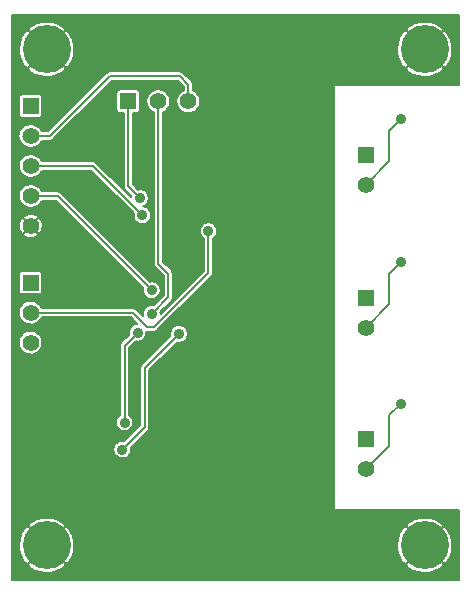
<source format=gbl>
%FSLAX34Y34*%
G04 Gerber Fmt 3.4, Leading zero omitted, Abs format*
G04 (created by PCBNEW (2014-03-19 BZR 4756)-product) date Tue 29 Jul 2014 07:39:38 PM PDT*
%MOIN*%
G01*
G70*
G90*
G04 APERTURE LIST*
%ADD10C,0.003937*%
%ADD11R,0.055000X0.055000*%
%ADD12C,0.055000*%
%ADD13C,0.160000*%
%ADD14C,0.007874*%
%ADD15C,0.035000*%
%ADD16C,0.007874*%
G04 APERTURE END LIST*
G54D10*
G54D11*
X51574Y-24775D03*
G54D12*
X51574Y-25775D03*
G54D13*
X40944Y-21259D03*
X53543Y-21259D03*
X40944Y-37795D03*
X53543Y-37795D03*
G54D14*
X43759Y-36417D03*
X50393Y-34763D03*
X49212Y-34763D03*
X49212Y-34251D03*
X49212Y-35275D03*
X50393Y-30039D03*
X49212Y-30039D03*
X49212Y-29527D03*
X49212Y-30551D03*
X50393Y-25275D03*
X49212Y-25275D03*
X49212Y-25787D03*
X49212Y-24763D03*
G54D11*
X40413Y-23149D03*
G54D12*
X40413Y-24149D03*
X40413Y-25149D03*
X40413Y-26149D03*
X40413Y-27149D03*
G54D11*
X40413Y-29039D03*
G54D12*
X40413Y-30039D03*
X40413Y-31039D03*
G54D11*
X43665Y-22992D03*
G54D12*
X44665Y-22992D03*
X45665Y-22992D03*
G54D11*
X51574Y-29539D03*
G54D12*
X51574Y-30539D03*
G54D11*
X51574Y-34263D03*
G54D12*
X51574Y-35263D03*
G54D14*
X44094Y-36417D03*
X44094Y-36614D03*
X43759Y-36614D03*
X44094Y-36811D03*
X43759Y-36811D03*
X43877Y-37145D03*
X44212Y-36929D03*
X44409Y-37244D03*
X44212Y-37244D03*
X43759Y-37007D03*
X44035Y-37244D03*
X44409Y-36929D03*
X44606Y-36929D03*
X44803Y-36929D03*
X45000Y-36929D03*
X45196Y-36929D03*
X45393Y-36929D03*
X44803Y-36771D03*
X45000Y-36771D03*
X44606Y-36771D03*
X45590Y-36929D03*
X45787Y-36929D03*
X45984Y-36929D03*
X46181Y-36929D03*
X46377Y-36929D03*
X46574Y-36929D03*
X46771Y-36929D03*
X46968Y-36929D03*
X47165Y-36929D03*
X47362Y-36929D03*
X47559Y-36929D03*
X47795Y-36692D03*
X47677Y-36811D03*
X47795Y-36496D03*
X47795Y-36299D03*
X47795Y-36102D03*
X47795Y-35905D03*
X47795Y-35708D03*
X47795Y-35511D03*
X47795Y-35314D03*
X47795Y-35118D03*
X47795Y-34921D03*
X47795Y-34724D03*
X47795Y-34527D03*
X47795Y-34330D03*
X47913Y-34212D03*
X48070Y-34094D03*
X44370Y-36417D03*
X44370Y-36614D03*
X44468Y-36712D03*
X44685Y-36417D03*
X44803Y-36456D03*
X44606Y-37244D03*
X44803Y-37244D03*
X45000Y-37244D03*
X45196Y-37244D03*
X45393Y-37244D03*
X45590Y-37244D03*
X45787Y-37244D03*
X45984Y-37244D03*
X46181Y-37244D03*
X46377Y-37244D03*
X46574Y-37244D03*
X46771Y-37244D03*
X46968Y-37244D03*
X47165Y-37244D03*
X47362Y-37244D03*
X47559Y-37244D03*
X47755Y-37244D03*
X48110Y-36692D03*
X48110Y-36889D03*
X47992Y-37007D03*
X47874Y-37125D03*
X48110Y-36496D03*
X48110Y-36299D03*
X48110Y-36102D03*
X48110Y-35905D03*
X48110Y-35708D03*
X48110Y-35511D03*
X48110Y-35314D03*
X48110Y-35118D03*
X48110Y-34921D03*
X48110Y-34724D03*
X48110Y-34527D03*
X45196Y-36771D03*
X45393Y-36771D03*
X45590Y-36771D03*
X45787Y-36771D03*
X45984Y-36771D03*
X46181Y-36771D03*
X46377Y-36771D03*
X46574Y-36771D03*
X46771Y-36771D03*
X46968Y-36771D03*
X47165Y-36771D03*
X47362Y-36771D03*
X47637Y-36496D03*
X47539Y-36673D03*
X47637Y-36299D03*
X47637Y-36102D03*
X47637Y-35905D03*
X47637Y-35708D03*
X47637Y-35511D03*
X47637Y-35314D03*
X47637Y-35118D03*
X47637Y-34921D03*
X47637Y-34724D03*
X47637Y-34527D03*
X47637Y-34330D03*
X47637Y-34133D03*
X47637Y-33937D03*
X47637Y-33740D03*
X47637Y-33543D03*
X47637Y-33346D03*
X47637Y-33149D03*
X47637Y-32952D03*
X47637Y-32755D03*
X47637Y-32559D03*
X47637Y-32362D03*
X47637Y-32165D03*
X47637Y-31968D03*
X47637Y-31771D03*
X47637Y-31574D03*
X47637Y-31377D03*
X47637Y-31181D03*
X47637Y-30984D03*
X47637Y-30787D03*
X47637Y-30590D03*
X47637Y-30393D03*
X47637Y-30196D03*
X47637Y-30000D03*
X47952Y-29685D03*
X48149Y-29685D03*
X47795Y-29842D03*
X45000Y-36456D03*
X45196Y-36456D03*
X45393Y-36456D03*
X45590Y-36456D03*
X45787Y-36456D03*
X45984Y-36456D03*
X46181Y-36456D03*
X46377Y-36456D03*
X46574Y-36456D03*
X46771Y-36456D03*
X46968Y-36456D03*
X47165Y-36456D03*
X47322Y-36299D03*
X47322Y-36102D03*
X47322Y-35905D03*
X47322Y-35708D03*
X47322Y-35511D03*
X47322Y-35314D03*
X47322Y-35118D03*
X47322Y-34921D03*
X47322Y-34724D03*
X47322Y-34527D03*
X47322Y-34330D03*
X47322Y-34133D03*
X47322Y-33937D03*
X47322Y-33740D03*
X47322Y-33543D03*
X47322Y-33346D03*
X47322Y-33149D03*
X47322Y-32952D03*
X47322Y-32755D03*
X47322Y-32559D03*
X47322Y-32362D03*
X47322Y-32165D03*
X47322Y-31968D03*
X47322Y-31771D03*
X47322Y-31574D03*
X47322Y-31377D03*
X47322Y-31181D03*
X47322Y-30984D03*
X47322Y-30787D03*
X47322Y-30590D03*
X47322Y-30393D03*
X47322Y-30196D03*
X47322Y-30000D03*
X47952Y-29370D03*
X48149Y-29370D03*
X47401Y-29783D03*
X47716Y-29448D03*
X47559Y-29625D03*
X45000Y-36181D03*
X45000Y-35826D03*
X45196Y-36181D03*
X45393Y-36181D03*
X45590Y-36181D03*
X45787Y-36181D03*
X45984Y-36181D03*
X46181Y-36181D03*
X46377Y-36181D03*
X46574Y-36181D03*
X46771Y-36181D03*
X47086Y-35708D03*
X45196Y-35826D03*
X45393Y-35826D03*
X45590Y-35826D03*
X45787Y-35826D03*
X45984Y-35826D03*
X46181Y-35826D03*
X46377Y-35826D03*
X46574Y-35826D03*
X46732Y-35708D03*
X47086Y-35905D03*
X46968Y-36062D03*
X47086Y-35511D03*
X47086Y-35314D03*
X47086Y-35118D03*
X47086Y-34921D03*
X47086Y-34724D03*
X47086Y-34527D03*
X47086Y-34330D03*
X47086Y-34133D03*
X47086Y-33937D03*
X47086Y-33740D03*
X47086Y-33543D03*
X47086Y-33346D03*
X47086Y-33149D03*
X47086Y-32952D03*
X47086Y-32755D03*
X47086Y-32559D03*
X47086Y-32362D03*
X47086Y-32165D03*
X47086Y-31968D03*
X47086Y-31771D03*
X47086Y-31574D03*
X47086Y-31377D03*
X47086Y-31181D03*
X47086Y-30984D03*
X47086Y-30787D03*
X47086Y-30590D03*
X47086Y-30393D03*
X47086Y-30196D03*
X47086Y-30000D03*
X47086Y-29803D03*
X47086Y-29606D03*
X47086Y-29409D03*
X47086Y-29212D03*
X47086Y-29015D03*
X47086Y-28818D03*
X47086Y-28622D03*
X47086Y-28425D03*
X47086Y-28228D03*
X47086Y-28031D03*
X47086Y-27834D03*
X47086Y-27637D03*
X47086Y-27440D03*
X47086Y-27244D03*
X47086Y-27047D03*
X47086Y-26850D03*
X47086Y-26653D03*
X47086Y-26456D03*
X47086Y-26259D03*
X47086Y-26062D03*
X47086Y-25866D03*
X47086Y-25669D03*
X47716Y-24960D03*
X47913Y-24960D03*
X48110Y-24960D03*
X47185Y-25492D03*
X47303Y-25354D03*
X47440Y-25216D03*
X47559Y-25078D03*
X46732Y-35511D03*
X46732Y-35314D03*
X46732Y-35118D03*
X46732Y-34921D03*
X46732Y-34724D03*
X46732Y-34527D03*
X46732Y-34330D03*
X46732Y-34133D03*
X46732Y-33937D03*
X46732Y-33740D03*
X46732Y-33543D03*
X46732Y-33346D03*
X46732Y-33149D03*
X46732Y-32952D03*
X46732Y-32755D03*
X46732Y-32559D03*
X46732Y-32362D03*
X46732Y-32165D03*
X46732Y-31968D03*
X46732Y-31771D03*
X46732Y-31574D03*
X46732Y-31377D03*
X46732Y-31181D03*
X46732Y-30984D03*
X46732Y-30787D03*
X46732Y-30590D03*
X46732Y-30393D03*
X46732Y-30196D03*
X46732Y-30000D03*
X46732Y-29803D03*
X46732Y-29606D03*
X46732Y-29409D03*
X46732Y-29212D03*
X46732Y-29015D03*
X46732Y-28818D03*
X46732Y-28622D03*
X46732Y-28425D03*
X46732Y-28228D03*
X46732Y-28031D03*
X46732Y-27834D03*
X46732Y-27637D03*
X46732Y-27440D03*
X46732Y-27244D03*
X46732Y-27047D03*
X46732Y-26850D03*
X46732Y-26653D03*
X46732Y-26456D03*
X46732Y-26259D03*
X46732Y-26062D03*
X46732Y-25866D03*
X46732Y-25669D03*
X46732Y-25472D03*
X47716Y-24606D03*
X47913Y-24606D03*
X48110Y-24606D03*
X46850Y-25275D03*
X46988Y-25137D03*
X47145Y-24980D03*
X47303Y-24822D03*
X47460Y-24665D03*
G54D15*
X44133Y-26791D03*
X46338Y-27322D03*
X52755Y-23582D03*
X44055Y-26220D03*
X44448Y-29291D03*
X52755Y-28346D03*
X52755Y-33070D03*
X43543Y-33700D03*
X43976Y-30708D03*
X43464Y-34606D03*
X45354Y-30748D03*
X44448Y-30078D03*
G54D16*
X40413Y-24149D02*
X41047Y-24149D01*
X45665Y-22437D02*
X45665Y-22992D01*
X45374Y-22145D02*
X45665Y-22437D01*
X43051Y-22145D02*
X45374Y-22145D01*
X41047Y-24149D02*
X43051Y-22145D01*
X40413Y-24149D02*
X40153Y-24149D01*
X40413Y-25149D02*
X42492Y-25149D01*
X42492Y-25149D02*
X44133Y-26791D01*
X40413Y-30039D02*
X43818Y-30039D01*
X46338Y-28700D02*
X46338Y-27322D01*
X44527Y-30511D02*
X46338Y-28700D01*
X44291Y-30511D02*
X44527Y-30511D01*
X43818Y-30039D02*
X44291Y-30511D01*
X52362Y-24988D02*
X51574Y-25775D01*
X52362Y-23976D02*
X52362Y-24988D01*
X52755Y-23582D02*
X52362Y-23976D01*
X43665Y-22992D02*
X43665Y-25830D01*
X43665Y-25830D02*
X44055Y-26220D01*
X40413Y-26149D02*
X41307Y-26149D01*
X41307Y-26149D02*
X44448Y-29291D01*
X52362Y-29751D02*
X51574Y-30539D01*
X52362Y-28740D02*
X52362Y-29751D01*
X52755Y-28346D02*
X52362Y-28740D01*
X52362Y-34476D02*
X51574Y-35263D01*
X52362Y-33464D02*
X52362Y-34476D01*
X52755Y-33070D02*
X52362Y-33464D01*
X43543Y-31141D02*
X43543Y-33700D01*
X43976Y-30708D02*
X43543Y-31141D01*
X44212Y-33858D02*
X43464Y-34606D01*
X44212Y-31889D02*
X44212Y-33858D01*
X45354Y-30748D02*
X44212Y-31889D01*
X44665Y-22992D02*
X44665Y-28405D01*
X45000Y-29527D02*
X44448Y-30078D01*
X45000Y-28740D02*
X45000Y-29527D01*
X44665Y-28405D02*
X45000Y-28740D01*
G54D10*
G36*
X54685Y-38935D02*
X54684Y-38936D01*
X54683Y-38937D01*
X54469Y-38937D01*
X54469Y-37829D01*
X54458Y-37648D01*
X54411Y-37472D01*
X54332Y-37309D01*
X54294Y-37252D01*
X54178Y-37163D01*
X54175Y-37165D01*
X54175Y-37160D01*
X54086Y-37044D01*
X53929Y-36953D01*
X53757Y-36893D01*
X53577Y-36869D01*
X53396Y-36880D01*
X53220Y-36926D01*
X53057Y-37006D01*
X53000Y-37044D01*
X52911Y-37160D01*
X53543Y-37792D01*
X54175Y-37160D01*
X54175Y-37165D01*
X53546Y-37795D01*
X54178Y-38427D01*
X54294Y-38338D01*
X54385Y-38181D01*
X54444Y-38009D01*
X54469Y-37829D01*
X54469Y-38937D01*
X54175Y-38937D01*
X54175Y-38430D01*
X53543Y-37798D01*
X53540Y-37800D01*
X53540Y-37795D01*
X52908Y-37163D01*
X52792Y-37252D01*
X52701Y-37409D01*
X52641Y-37580D01*
X52617Y-37760D01*
X52628Y-37942D01*
X52674Y-38117D01*
X52754Y-38281D01*
X52792Y-38338D01*
X52908Y-38427D01*
X53540Y-37795D01*
X53540Y-37800D01*
X52911Y-38430D01*
X53000Y-38545D01*
X53157Y-38637D01*
X53328Y-38696D01*
X53508Y-38721D01*
X53690Y-38710D01*
X53865Y-38663D01*
X54029Y-38584D01*
X54086Y-38545D01*
X54175Y-38430D01*
X54175Y-38937D01*
X46631Y-38937D01*
X46631Y-27294D01*
X46620Y-27237D01*
X46598Y-27184D01*
X46566Y-27136D01*
X46526Y-27095D01*
X46478Y-27063D01*
X46425Y-27041D01*
X46369Y-27029D01*
X46311Y-27029D01*
X46255Y-27040D01*
X46202Y-27061D01*
X46154Y-27093D01*
X46112Y-27133D01*
X46080Y-27180D01*
X46058Y-27232D01*
X46058Y-22953D01*
X46043Y-22877D01*
X46014Y-22806D01*
X45971Y-22742D01*
X45917Y-22687D01*
X45853Y-22644D01*
X45822Y-22631D01*
X45822Y-22437D01*
X45821Y-22422D01*
X45820Y-22408D01*
X45819Y-22407D01*
X45819Y-22406D01*
X45815Y-22392D01*
X45811Y-22378D01*
X45811Y-22377D01*
X45810Y-22376D01*
X45804Y-22364D01*
X45797Y-22351D01*
X45796Y-22350D01*
X45796Y-22349D01*
X45787Y-22338D01*
X45778Y-22327D01*
X45777Y-22326D01*
X45777Y-22326D01*
X45777Y-22326D01*
X45776Y-22325D01*
X45485Y-22034D01*
X45474Y-22025D01*
X45462Y-22015D01*
X45462Y-22015D01*
X45461Y-22014D01*
X45448Y-22007D01*
X45436Y-22000D01*
X45435Y-22000D01*
X45434Y-22000D01*
X45420Y-21996D01*
X45406Y-21991D01*
X45405Y-21991D01*
X45405Y-21991D01*
X45390Y-21989D01*
X45376Y-21988D01*
X45374Y-21988D01*
X45374Y-21988D01*
X45374Y-21988D01*
X45374Y-21988D01*
X43051Y-21988D01*
X43036Y-21989D01*
X43022Y-21990D01*
X43021Y-21991D01*
X43020Y-21991D01*
X43006Y-21995D01*
X42992Y-21999D01*
X42991Y-21999D01*
X42991Y-22000D01*
X42978Y-22006D01*
X42965Y-22013D01*
X42964Y-22014D01*
X42964Y-22014D01*
X42952Y-22023D01*
X42941Y-22032D01*
X42940Y-22033D01*
X42940Y-22033D01*
X42940Y-22033D01*
X42939Y-22034D01*
X41870Y-23103D01*
X41870Y-21294D01*
X41859Y-21112D01*
X41813Y-20937D01*
X41733Y-20774D01*
X41695Y-20716D01*
X41579Y-20627D01*
X41577Y-20630D01*
X41577Y-20624D01*
X41487Y-20509D01*
X41330Y-20417D01*
X41159Y-20358D01*
X40979Y-20333D01*
X40797Y-20345D01*
X40622Y-20391D01*
X40459Y-20470D01*
X40401Y-20509D01*
X40312Y-20624D01*
X40944Y-21257D01*
X41577Y-20624D01*
X41577Y-20630D01*
X40947Y-21259D01*
X41579Y-21892D01*
X41695Y-21802D01*
X41787Y-21645D01*
X41846Y-21474D01*
X41870Y-21294D01*
X41870Y-23103D01*
X41577Y-23397D01*
X41577Y-21894D01*
X40944Y-21262D01*
X40942Y-21265D01*
X40942Y-21259D01*
X40309Y-20627D01*
X40194Y-20716D01*
X40102Y-20873D01*
X40043Y-21045D01*
X40019Y-21225D01*
X40030Y-21406D01*
X40076Y-21582D01*
X40155Y-21745D01*
X40194Y-21802D01*
X40309Y-21892D01*
X40942Y-21259D01*
X40942Y-21265D01*
X40312Y-21894D01*
X40401Y-22010D01*
X40558Y-22102D01*
X40730Y-22161D01*
X40910Y-22185D01*
X41091Y-22174D01*
X41267Y-22128D01*
X41430Y-22048D01*
X41487Y-22010D01*
X41577Y-21894D01*
X41577Y-23397D01*
X40982Y-23992D01*
X40806Y-23992D01*
X40806Y-23436D01*
X40806Y-23412D01*
X40806Y-22862D01*
X40801Y-22840D01*
X40793Y-22818D01*
X40780Y-22799D01*
X40763Y-22782D01*
X40744Y-22769D01*
X40722Y-22761D01*
X40700Y-22756D01*
X40676Y-22756D01*
X40126Y-22756D01*
X40103Y-22761D01*
X40082Y-22769D01*
X40063Y-22782D01*
X40046Y-22799D01*
X40033Y-22818D01*
X40024Y-22840D01*
X40020Y-22862D01*
X40020Y-22886D01*
X40020Y-23436D01*
X40024Y-23459D01*
X40033Y-23480D01*
X40046Y-23499D01*
X40063Y-23516D01*
X40082Y-23529D01*
X40103Y-23538D01*
X40126Y-23542D01*
X40150Y-23542D01*
X40700Y-23542D01*
X40722Y-23538D01*
X40744Y-23529D01*
X40763Y-23516D01*
X40780Y-23499D01*
X40793Y-23480D01*
X40801Y-23459D01*
X40806Y-23436D01*
X40806Y-23992D01*
X40773Y-23992D01*
X40762Y-23964D01*
X40719Y-23899D01*
X40665Y-23845D01*
X40601Y-23802D01*
X40530Y-23772D01*
X40454Y-23756D01*
X40377Y-23756D01*
X40301Y-23770D01*
X40230Y-23799D01*
X40165Y-23841D01*
X40110Y-23895D01*
X40067Y-23959D01*
X40036Y-24030D01*
X40032Y-24049D01*
X40022Y-24061D01*
X40008Y-24088D01*
X39999Y-24117D01*
X39996Y-24148D01*
X39998Y-24179D01*
X40007Y-24208D01*
X40021Y-24235D01*
X40031Y-24248D01*
X40033Y-24258D01*
X40062Y-24330D01*
X40103Y-24394D01*
X40157Y-24450D01*
X40220Y-24494D01*
X40291Y-24525D01*
X40366Y-24541D01*
X40443Y-24543D01*
X40519Y-24530D01*
X40591Y-24502D01*
X40656Y-24460D01*
X40712Y-24407D01*
X40756Y-24344D01*
X40773Y-24307D01*
X41047Y-24307D01*
X41061Y-24305D01*
X41076Y-24304D01*
X41077Y-24304D01*
X41077Y-24304D01*
X41091Y-24299D01*
X41105Y-24295D01*
X41106Y-24295D01*
X41107Y-24295D01*
X41120Y-24288D01*
X41133Y-24281D01*
X41133Y-24281D01*
X41134Y-24280D01*
X41145Y-24271D01*
X41157Y-24262D01*
X41158Y-24261D01*
X41158Y-24261D01*
X41158Y-24261D01*
X41158Y-24260D01*
X43116Y-22303D01*
X45308Y-22303D01*
X45507Y-22502D01*
X45507Y-22631D01*
X45482Y-22642D01*
X45417Y-22684D01*
X45362Y-22738D01*
X45319Y-22801D01*
X45288Y-22872D01*
X45272Y-22948D01*
X45271Y-23025D01*
X45285Y-23101D01*
X45314Y-23172D01*
X45355Y-23237D01*
X45409Y-23292D01*
X45472Y-23336D01*
X45543Y-23367D01*
X45618Y-23384D01*
X45695Y-23385D01*
X45771Y-23372D01*
X45843Y-23344D01*
X45908Y-23303D01*
X45964Y-23250D01*
X46008Y-23187D01*
X46040Y-23116D01*
X46057Y-23041D01*
X46058Y-22953D01*
X46058Y-27232D01*
X46057Y-27233D01*
X46045Y-27290D01*
X46045Y-27347D01*
X46055Y-27404D01*
X46076Y-27457D01*
X46107Y-27505D01*
X46147Y-27547D01*
X46181Y-27570D01*
X46181Y-28635D01*
X44741Y-30075D01*
X44741Y-30049D01*
X44735Y-30015D01*
X45111Y-29638D01*
X45120Y-29627D01*
X45129Y-29616D01*
X45130Y-29615D01*
X45130Y-29615D01*
X45137Y-29602D01*
X45144Y-29589D01*
X45144Y-29588D01*
X45145Y-29588D01*
X45149Y-29574D01*
X45154Y-29560D01*
X45154Y-29559D01*
X45154Y-29558D01*
X45155Y-29544D01*
X45157Y-29529D01*
X45157Y-29528D01*
X45157Y-29528D01*
X45157Y-29528D01*
X45157Y-29527D01*
X45157Y-28740D01*
X45156Y-28725D01*
X45154Y-28711D01*
X45154Y-28710D01*
X45154Y-28709D01*
X45150Y-28695D01*
X45146Y-28681D01*
X45145Y-28680D01*
X45145Y-28680D01*
X45138Y-28667D01*
X45132Y-28654D01*
X45131Y-28653D01*
X45131Y-28653D01*
X45121Y-28641D01*
X45112Y-28630D01*
X45111Y-28629D01*
X45111Y-28629D01*
X45111Y-28629D01*
X45111Y-28628D01*
X44822Y-28340D01*
X44822Y-23352D01*
X44843Y-23344D01*
X44908Y-23303D01*
X44964Y-23250D01*
X45008Y-23187D01*
X45040Y-23116D01*
X45057Y-23041D01*
X45058Y-22953D01*
X45043Y-22877D01*
X45014Y-22806D01*
X44971Y-22742D01*
X44917Y-22687D01*
X44853Y-22644D01*
X44782Y-22614D01*
X44706Y-22599D01*
X44629Y-22598D01*
X44553Y-22613D01*
X44482Y-22642D01*
X44417Y-22684D01*
X44362Y-22738D01*
X44319Y-22801D01*
X44288Y-22872D01*
X44272Y-22948D01*
X44271Y-23025D01*
X44285Y-23101D01*
X44314Y-23172D01*
X44355Y-23237D01*
X44409Y-23292D01*
X44472Y-23336D01*
X44507Y-23352D01*
X44507Y-28405D01*
X44509Y-28419D01*
X44510Y-28434D01*
X44510Y-28435D01*
X44510Y-28436D01*
X44515Y-28450D01*
X44519Y-28463D01*
X44519Y-28464D01*
X44519Y-28465D01*
X44526Y-28478D01*
X44533Y-28491D01*
X44533Y-28491D01*
X44534Y-28492D01*
X44543Y-28503D01*
X44552Y-28515D01*
X44553Y-28516D01*
X44553Y-28516D01*
X44553Y-28516D01*
X44553Y-28516D01*
X44842Y-28805D01*
X44842Y-29462D01*
X44741Y-29562D01*
X44741Y-29262D01*
X44730Y-29206D01*
X44708Y-29153D01*
X44677Y-29105D01*
X44636Y-29064D01*
X44588Y-29032D01*
X44535Y-29009D01*
X44479Y-28998D01*
X44426Y-28998D01*
X44426Y-26762D01*
X44415Y-26706D01*
X44393Y-26653D01*
X44362Y-26605D01*
X44321Y-26564D01*
X44273Y-26532D01*
X44220Y-26509D01*
X44164Y-26498D01*
X44149Y-26498D01*
X44187Y-26483D01*
X44236Y-26452D01*
X44278Y-26412D01*
X44311Y-26365D01*
X44334Y-26313D01*
X44347Y-26257D01*
X44348Y-26191D01*
X44337Y-26135D01*
X44315Y-26082D01*
X44283Y-26034D01*
X44242Y-25993D01*
X44195Y-25961D01*
X44142Y-25939D01*
X44085Y-25927D01*
X44028Y-25927D01*
X43991Y-25934D01*
X43822Y-25765D01*
X43822Y-23385D01*
X43951Y-23385D01*
X43974Y-23380D01*
X43996Y-23371D01*
X44015Y-23358D01*
X44032Y-23342D01*
X44045Y-23323D01*
X44053Y-23301D01*
X44058Y-23278D01*
X44058Y-23255D01*
X44058Y-22705D01*
X44053Y-22682D01*
X44045Y-22661D01*
X44032Y-22641D01*
X44015Y-22625D01*
X43996Y-22612D01*
X43974Y-22603D01*
X43951Y-22599D01*
X43928Y-22599D01*
X43378Y-22599D01*
X43355Y-22603D01*
X43334Y-22612D01*
X43315Y-22625D01*
X43298Y-22641D01*
X43285Y-22661D01*
X43276Y-22682D01*
X43272Y-22705D01*
X43272Y-22728D01*
X43272Y-23278D01*
X43276Y-23301D01*
X43285Y-23323D01*
X43298Y-23342D01*
X43315Y-23358D01*
X43334Y-23371D01*
X43355Y-23380D01*
X43378Y-23385D01*
X43401Y-23385D01*
X43507Y-23385D01*
X43507Y-25830D01*
X43509Y-25845D01*
X43510Y-25859D01*
X43510Y-25860D01*
X43510Y-25861D01*
X43515Y-25875D01*
X43519Y-25889D01*
X43519Y-25889D01*
X43519Y-25890D01*
X43526Y-25903D01*
X43533Y-25916D01*
X43533Y-25917D01*
X43534Y-25917D01*
X43543Y-25929D01*
X43552Y-25940D01*
X43553Y-25941D01*
X43553Y-25941D01*
X43553Y-25941D01*
X43553Y-25942D01*
X43768Y-26157D01*
X43762Y-26187D01*
X43762Y-26197D01*
X42603Y-25038D01*
X42592Y-25029D01*
X42581Y-25019D01*
X42580Y-25019D01*
X42579Y-25018D01*
X42566Y-25011D01*
X42554Y-25004D01*
X42553Y-25004D01*
X42552Y-25004D01*
X42538Y-24999D01*
X42524Y-24995D01*
X42524Y-24995D01*
X42523Y-24995D01*
X42508Y-24993D01*
X42494Y-24992D01*
X42492Y-24992D01*
X42492Y-24992D01*
X42492Y-24992D01*
X42492Y-24992D01*
X40773Y-24992D01*
X40762Y-24964D01*
X40719Y-24899D01*
X40665Y-24845D01*
X40601Y-24802D01*
X40530Y-24772D01*
X40454Y-24756D01*
X40377Y-24756D01*
X40301Y-24770D01*
X40230Y-24799D01*
X40165Y-24841D01*
X40110Y-24895D01*
X40067Y-24959D01*
X40036Y-25030D01*
X40020Y-25105D01*
X40019Y-25182D01*
X40033Y-25258D01*
X40062Y-25330D01*
X40103Y-25394D01*
X40157Y-25450D01*
X40220Y-25494D01*
X40291Y-25525D01*
X40366Y-25541D01*
X40443Y-25543D01*
X40519Y-25530D01*
X40591Y-25502D01*
X40656Y-25460D01*
X40712Y-25407D01*
X40756Y-25344D01*
X40773Y-25307D01*
X42426Y-25307D01*
X43847Y-26727D01*
X43841Y-26758D01*
X43840Y-26815D01*
X43850Y-26872D01*
X43871Y-26925D01*
X43903Y-26974D01*
X43942Y-27015D01*
X43990Y-27048D01*
X44042Y-27071D01*
X44098Y-27083D01*
X44156Y-27084D01*
X44213Y-27075D01*
X44266Y-27054D01*
X44315Y-27023D01*
X44356Y-26983D01*
X44389Y-26936D01*
X44413Y-26884D01*
X44426Y-26828D01*
X44426Y-26762D01*
X44426Y-28998D01*
X44422Y-28998D01*
X44385Y-29005D01*
X41418Y-26038D01*
X41407Y-26029D01*
X41396Y-26019D01*
X41395Y-26019D01*
X41394Y-26018D01*
X41381Y-26011D01*
X41369Y-26004D01*
X41368Y-26004D01*
X41367Y-26004D01*
X41353Y-25999D01*
X41339Y-25995D01*
X41339Y-25995D01*
X41338Y-25995D01*
X41323Y-25993D01*
X41309Y-25992D01*
X41307Y-25992D01*
X41307Y-25992D01*
X41307Y-25992D01*
X41307Y-25992D01*
X40773Y-25992D01*
X40762Y-25964D01*
X40719Y-25899D01*
X40665Y-25845D01*
X40601Y-25802D01*
X40530Y-25772D01*
X40454Y-25756D01*
X40377Y-25756D01*
X40301Y-25770D01*
X40230Y-25799D01*
X40165Y-25841D01*
X40110Y-25895D01*
X40067Y-25959D01*
X40036Y-26030D01*
X40020Y-26105D01*
X40019Y-26182D01*
X40033Y-26258D01*
X40062Y-26330D01*
X40103Y-26394D01*
X40157Y-26450D01*
X40220Y-26494D01*
X40291Y-26525D01*
X40366Y-26541D01*
X40443Y-26543D01*
X40519Y-26530D01*
X40591Y-26502D01*
X40656Y-26460D01*
X40712Y-26407D01*
X40756Y-26344D01*
X40773Y-26307D01*
X41241Y-26307D01*
X44162Y-29227D01*
X44156Y-29258D01*
X44155Y-29315D01*
X44165Y-29372D01*
X44186Y-29425D01*
X44217Y-29474D01*
X44257Y-29515D01*
X44305Y-29548D01*
X44357Y-29571D01*
X44413Y-29583D01*
X44471Y-29584D01*
X44528Y-29575D01*
X44581Y-29554D01*
X44630Y-29523D01*
X44671Y-29483D01*
X44704Y-29436D01*
X44728Y-29384D01*
X44741Y-29328D01*
X44741Y-29262D01*
X44741Y-29562D01*
X44512Y-29792D01*
X44479Y-29785D01*
X44422Y-29785D01*
X44365Y-29796D01*
X44312Y-29817D01*
X44264Y-29849D01*
X44223Y-29889D01*
X44190Y-29936D01*
X44168Y-29989D01*
X44156Y-30045D01*
X44155Y-30103D01*
X44165Y-30159D01*
X44168Y-30165D01*
X43930Y-29928D01*
X43918Y-29918D01*
X43907Y-29909D01*
X43907Y-29909D01*
X43906Y-29908D01*
X43893Y-29901D01*
X43880Y-29894D01*
X43880Y-29894D01*
X43879Y-29893D01*
X43865Y-29889D01*
X43851Y-29885D01*
X43850Y-29885D01*
X43850Y-29884D01*
X43835Y-29883D01*
X43821Y-29881D01*
X43819Y-29881D01*
X43819Y-29881D01*
X43819Y-29881D01*
X43818Y-29881D01*
X40812Y-29881D01*
X40812Y-27163D01*
X40807Y-27085D01*
X40787Y-27009D01*
X40752Y-26939D01*
X40737Y-26916D01*
X40675Y-26890D01*
X40672Y-26893D01*
X40672Y-26887D01*
X40646Y-26825D01*
X40578Y-26786D01*
X40504Y-26761D01*
X40427Y-26750D01*
X40349Y-26755D01*
X40273Y-26775D01*
X40203Y-26810D01*
X40180Y-26825D01*
X40154Y-26887D01*
X40413Y-27146D01*
X40672Y-26887D01*
X40672Y-26893D01*
X40416Y-27149D01*
X40675Y-27408D01*
X40737Y-27382D01*
X40776Y-27314D01*
X40801Y-27240D01*
X40812Y-27163D01*
X40812Y-29881D01*
X40806Y-29881D01*
X40806Y-29326D01*
X40806Y-29302D01*
X40806Y-28752D01*
X40801Y-28729D01*
X40793Y-28708D01*
X40780Y-28689D01*
X40763Y-28672D01*
X40744Y-28659D01*
X40722Y-28650D01*
X40700Y-28646D01*
X40676Y-28646D01*
X40672Y-28646D01*
X40672Y-27411D01*
X40413Y-27152D01*
X40410Y-27155D01*
X40410Y-27149D01*
X40151Y-26890D01*
X40089Y-26916D01*
X40050Y-26984D01*
X40024Y-27058D01*
X40014Y-27135D01*
X40019Y-27213D01*
X40039Y-27289D01*
X40074Y-27359D01*
X40089Y-27382D01*
X40151Y-27408D01*
X40410Y-27149D01*
X40410Y-27155D01*
X40154Y-27411D01*
X40180Y-27473D01*
X40248Y-27512D01*
X40322Y-27538D01*
X40399Y-27548D01*
X40477Y-27543D01*
X40553Y-27523D01*
X40623Y-27488D01*
X40646Y-27473D01*
X40672Y-27411D01*
X40672Y-28646D01*
X40126Y-28646D01*
X40103Y-28650D01*
X40082Y-28659D01*
X40063Y-28672D01*
X40046Y-28689D01*
X40033Y-28708D01*
X40024Y-28729D01*
X40020Y-28752D01*
X40020Y-28776D01*
X40020Y-29326D01*
X40024Y-29348D01*
X40033Y-29370D01*
X40046Y-29389D01*
X40063Y-29406D01*
X40082Y-29419D01*
X40103Y-29427D01*
X40126Y-29432D01*
X40150Y-29432D01*
X40700Y-29432D01*
X40722Y-29427D01*
X40744Y-29419D01*
X40763Y-29406D01*
X40780Y-29389D01*
X40793Y-29370D01*
X40801Y-29348D01*
X40806Y-29326D01*
X40806Y-29881D01*
X40773Y-29881D01*
X40762Y-29853D01*
X40719Y-29789D01*
X40665Y-29735D01*
X40601Y-29691D01*
X40530Y-29662D01*
X40454Y-29646D01*
X40377Y-29645D01*
X40301Y-29660D01*
X40230Y-29689D01*
X40165Y-29731D01*
X40110Y-29785D01*
X40067Y-29849D01*
X40036Y-29919D01*
X40020Y-29995D01*
X40019Y-30072D01*
X40033Y-30148D01*
X40062Y-30219D01*
X40103Y-30284D01*
X40157Y-30340D01*
X40220Y-30384D01*
X40291Y-30415D01*
X40366Y-30431D01*
X40443Y-30433D01*
X40519Y-30419D01*
X40591Y-30391D01*
X40656Y-30350D01*
X40712Y-30297D01*
X40756Y-30234D01*
X40773Y-30196D01*
X43753Y-30196D01*
X43972Y-30415D01*
X43949Y-30415D01*
X43893Y-30426D01*
X43839Y-30447D01*
X43791Y-30479D01*
X43750Y-30519D01*
X43718Y-30566D01*
X43695Y-30619D01*
X43683Y-30675D01*
X43682Y-30733D01*
X43690Y-30772D01*
X43431Y-31030D01*
X43422Y-31041D01*
X43413Y-31052D01*
X43412Y-31053D01*
X43412Y-31054D01*
X43405Y-31066D01*
X43398Y-31079D01*
X43398Y-31080D01*
X43397Y-31081D01*
X43393Y-31095D01*
X43389Y-31108D01*
X43389Y-31109D01*
X43388Y-31110D01*
X43387Y-31125D01*
X43385Y-31139D01*
X43385Y-31141D01*
X43385Y-31141D01*
X43385Y-31141D01*
X43385Y-31141D01*
X43385Y-33453D01*
X43358Y-33471D01*
X43317Y-33511D01*
X43285Y-33558D01*
X43262Y-33611D01*
X43250Y-33667D01*
X43249Y-33725D01*
X43260Y-33781D01*
X43281Y-33835D01*
X43312Y-33883D01*
X43352Y-33925D01*
X43399Y-33957D01*
X43452Y-33980D01*
X43508Y-33993D01*
X43565Y-33994D01*
X43622Y-33984D01*
X43676Y-33963D01*
X43724Y-33932D01*
X43766Y-33893D01*
X43799Y-33846D01*
X43822Y-33793D01*
X43835Y-33737D01*
X43836Y-33672D01*
X43825Y-33615D01*
X43803Y-33562D01*
X43771Y-33514D01*
X43731Y-33473D01*
X43700Y-33453D01*
X43700Y-31206D01*
X43912Y-30994D01*
X43941Y-31001D01*
X43998Y-31002D01*
X44055Y-30992D01*
X44109Y-30971D01*
X44157Y-30940D01*
X44199Y-30901D01*
X44232Y-30854D01*
X44255Y-30801D01*
X44268Y-30745D01*
X44269Y-30679D01*
X44266Y-30666D01*
X44274Y-30667D01*
X44289Y-30669D01*
X44290Y-30669D01*
X44290Y-30669D01*
X44290Y-30669D01*
X44291Y-30669D01*
X44527Y-30669D01*
X44542Y-30667D01*
X44556Y-30666D01*
X44557Y-30666D01*
X44558Y-30666D01*
X44572Y-30662D01*
X44586Y-30658D01*
X44586Y-30657D01*
X44587Y-30657D01*
X44600Y-30650D01*
X44613Y-30643D01*
X44613Y-30643D01*
X44614Y-30642D01*
X44625Y-30633D01*
X44637Y-30624D01*
X44638Y-30623D01*
X44638Y-30623D01*
X44638Y-30623D01*
X44638Y-30623D01*
X46449Y-28812D01*
X46459Y-28800D01*
X46468Y-28789D01*
X46468Y-28789D01*
X46469Y-28788D01*
X46476Y-28775D01*
X46483Y-28762D01*
X46483Y-28762D01*
X46483Y-28761D01*
X46488Y-28747D01*
X46492Y-28733D01*
X46492Y-28732D01*
X46492Y-28731D01*
X46494Y-28717D01*
X46496Y-28702D01*
X46496Y-28701D01*
X46496Y-28701D01*
X46496Y-28701D01*
X46496Y-28700D01*
X46496Y-27570D01*
X46519Y-27554D01*
X46561Y-27515D01*
X46594Y-27468D01*
X46618Y-27415D01*
X46630Y-27359D01*
X46631Y-27294D01*
X46631Y-38937D01*
X45647Y-38937D01*
X45647Y-30719D01*
X45636Y-30662D01*
X45614Y-30609D01*
X45582Y-30561D01*
X45542Y-30521D01*
X45494Y-30488D01*
X45441Y-30466D01*
X45385Y-30455D01*
X45327Y-30454D01*
X45271Y-30465D01*
X45217Y-30487D01*
X45169Y-30518D01*
X45128Y-30558D01*
X45096Y-30606D01*
X45073Y-30658D01*
X45061Y-30715D01*
X45060Y-30772D01*
X45067Y-30811D01*
X44101Y-31778D01*
X44091Y-31789D01*
X44082Y-31800D01*
X44082Y-31801D01*
X44081Y-31802D01*
X44074Y-31814D01*
X44067Y-31827D01*
X44067Y-31828D01*
X44067Y-31829D01*
X44062Y-31843D01*
X44058Y-31857D01*
X44058Y-31857D01*
X44058Y-31858D01*
X44056Y-31873D01*
X44055Y-31887D01*
X44055Y-31889D01*
X44055Y-31889D01*
X44055Y-31889D01*
X44055Y-31889D01*
X44055Y-33793D01*
X43528Y-34320D01*
X43495Y-34313D01*
X43437Y-34312D01*
X43381Y-34323D01*
X43328Y-34345D01*
X43280Y-34376D01*
X43238Y-34416D01*
X43206Y-34464D01*
X43183Y-34517D01*
X43171Y-34573D01*
X43171Y-34630D01*
X43181Y-34687D01*
X43202Y-34740D01*
X43233Y-34789D01*
X43273Y-34830D01*
X43320Y-34863D01*
X43373Y-34886D01*
X43429Y-34898D01*
X43487Y-34899D01*
X43543Y-34889D01*
X43597Y-34869D01*
X43645Y-34838D01*
X43687Y-34798D01*
X43720Y-34751D01*
X43744Y-34699D01*
X43756Y-34643D01*
X43757Y-34577D01*
X43750Y-34542D01*
X44323Y-33969D01*
X44333Y-33958D01*
X44342Y-33947D01*
X44342Y-33946D01*
X44343Y-33945D01*
X44350Y-33933D01*
X44357Y-33920D01*
X44357Y-33919D01*
X44357Y-33918D01*
X44362Y-33904D01*
X44366Y-33891D01*
X44366Y-33890D01*
X44366Y-33889D01*
X44368Y-33874D01*
X44370Y-33860D01*
X44370Y-33858D01*
X44370Y-33858D01*
X44370Y-33858D01*
X44370Y-33858D01*
X44370Y-31954D01*
X45290Y-31034D01*
X45319Y-31040D01*
X45376Y-31041D01*
X45433Y-31031D01*
X45487Y-31010D01*
X45535Y-30980D01*
X45577Y-30940D01*
X45610Y-30893D01*
X45633Y-30840D01*
X45646Y-30784D01*
X45647Y-30719D01*
X45647Y-38937D01*
X41870Y-38937D01*
X41870Y-37829D01*
X41859Y-37648D01*
X41813Y-37472D01*
X41733Y-37309D01*
X41695Y-37252D01*
X41579Y-37163D01*
X41577Y-37165D01*
X41577Y-37160D01*
X41487Y-37044D01*
X41330Y-36953D01*
X41159Y-36893D01*
X40979Y-36869D01*
X40806Y-36879D01*
X40806Y-31000D01*
X40791Y-30925D01*
X40762Y-30853D01*
X40719Y-30789D01*
X40665Y-30735D01*
X40601Y-30691D01*
X40530Y-30662D01*
X40454Y-30646D01*
X40377Y-30645D01*
X40301Y-30660D01*
X40230Y-30689D01*
X40165Y-30731D01*
X40110Y-30785D01*
X40067Y-30849D01*
X40036Y-30919D01*
X40020Y-30995D01*
X40019Y-31072D01*
X40033Y-31148D01*
X40062Y-31219D01*
X40103Y-31284D01*
X40157Y-31340D01*
X40220Y-31384D01*
X40291Y-31415D01*
X40366Y-31431D01*
X40443Y-31433D01*
X40519Y-31419D01*
X40591Y-31391D01*
X40656Y-31350D01*
X40712Y-31297D01*
X40756Y-31234D01*
X40788Y-31164D01*
X40805Y-31088D01*
X40806Y-31000D01*
X40806Y-36879D01*
X40797Y-36880D01*
X40622Y-36926D01*
X40459Y-37006D01*
X40401Y-37044D01*
X40312Y-37160D01*
X40944Y-37792D01*
X41577Y-37160D01*
X41577Y-37165D01*
X40947Y-37795D01*
X41579Y-38427D01*
X41695Y-38338D01*
X41787Y-38181D01*
X41846Y-38009D01*
X41870Y-37829D01*
X41870Y-38937D01*
X41577Y-38937D01*
X41577Y-38430D01*
X40944Y-37798D01*
X40942Y-37800D01*
X40942Y-37795D01*
X40309Y-37163D01*
X40194Y-37252D01*
X40102Y-37409D01*
X40043Y-37580D01*
X40019Y-37760D01*
X40030Y-37942D01*
X40076Y-38117D01*
X40155Y-38281D01*
X40194Y-38338D01*
X40309Y-38427D01*
X40942Y-37795D01*
X40942Y-37800D01*
X40312Y-38430D01*
X40401Y-38545D01*
X40558Y-38637D01*
X40730Y-38696D01*
X40910Y-38721D01*
X41091Y-38710D01*
X41267Y-38663D01*
X41430Y-38584D01*
X41487Y-38545D01*
X41577Y-38430D01*
X41577Y-38937D01*
X39805Y-38937D01*
X39803Y-38936D01*
X39803Y-38935D01*
X39803Y-20120D01*
X39803Y-20118D01*
X39805Y-20118D01*
X54683Y-20118D01*
X54684Y-20118D01*
X54685Y-20120D01*
X54685Y-22437D01*
X54469Y-22437D01*
X54469Y-21294D01*
X54458Y-21112D01*
X54411Y-20937D01*
X54332Y-20774D01*
X54294Y-20716D01*
X54178Y-20627D01*
X54175Y-20630D01*
X54175Y-20624D01*
X54086Y-20509D01*
X53929Y-20417D01*
X53757Y-20358D01*
X53577Y-20333D01*
X53396Y-20345D01*
X53220Y-20391D01*
X53057Y-20470D01*
X53000Y-20509D01*
X52911Y-20624D01*
X53543Y-21257D01*
X54175Y-20624D01*
X54175Y-20630D01*
X53546Y-21259D01*
X54178Y-21892D01*
X54294Y-21802D01*
X54385Y-21645D01*
X54444Y-21474D01*
X54469Y-21294D01*
X54469Y-22437D01*
X54175Y-22437D01*
X54175Y-21894D01*
X53543Y-21262D01*
X53540Y-21265D01*
X53540Y-21259D01*
X52908Y-20627D01*
X52792Y-20716D01*
X52701Y-20873D01*
X52641Y-21045D01*
X52617Y-21225D01*
X52628Y-21406D01*
X52674Y-21582D01*
X52754Y-21745D01*
X52792Y-21802D01*
X52908Y-21892D01*
X53540Y-21259D01*
X53540Y-21265D01*
X52911Y-21894D01*
X53000Y-22010D01*
X53157Y-22102D01*
X53328Y-22161D01*
X53508Y-22185D01*
X53690Y-22174D01*
X53865Y-22128D01*
X54029Y-22048D01*
X54086Y-22010D01*
X54175Y-21894D01*
X54175Y-22437D01*
X50508Y-22437D01*
X50508Y-36617D01*
X54685Y-36617D01*
X54685Y-38935D01*
X54685Y-38935D01*
G37*
G54D16*
X54685Y-38935D02*
X54684Y-38936D01*
X54683Y-38937D01*
X54469Y-38937D01*
X54469Y-37829D01*
X54458Y-37648D01*
X54411Y-37472D01*
X54332Y-37309D01*
X54294Y-37252D01*
X54178Y-37163D01*
X54175Y-37165D01*
X54175Y-37160D01*
X54086Y-37044D01*
X53929Y-36953D01*
X53757Y-36893D01*
X53577Y-36869D01*
X53396Y-36880D01*
X53220Y-36926D01*
X53057Y-37006D01*
X53000Y-37044D01*
X52911Y-37160D01*
X53543Y-37792D01*
X54175Y-37160D01*
X54175Y-37165D01*
X53546Y-37795D01*
X54178Y-38427D01*
X54294Y-38338D01*
X54385Y-38181D01*
X54444Y-38009D01*
X54469Y-37829D01*
X54469Y-38937D01*
X54175Y-38937D01*
X54175Y-38430D01*
X53543Y-37798D01*
X53540Y-37800D01*
X53540Y-37795D01*
X52908Y-37163D01*
X52792Y-37252D01*
X52701Y-37409D01*
X52641Y-37580D01*
X52617Y-37760D01*
X52628Y-37942D01*
X52674Y-38117D01*
X52754Y-38281D01*
X52792Y-38338D01*
X52908Y-38427D01*
X53540Y-37795D01*
X53540Y-37800D01*
X52911Y-38430D01*
X53000Y-38545D01*
X53157Y-38637D01*
X53328Y-38696D01*
X53508Y-38721D01*
X53690Y-38710D01*
X53865Y-38663D01*
X54029Y-38584D01*
X54086Y-38545D01*
X54175Y-38430D01*
X54175Y-38937D01*
X46631Y-38937D01*
X46631Y-27294D01*
X46620Y-27237D01*
X46598Y-27184D01*
X46566Y-27136D01*
X46526Y-27095D01*
X46478Y-27063D01*
X46425Y-27041D01*
X46369Y-27029D01*
X46311Y-27029D01*
X46255Y-27040D01*
X46202Y-27061D01*
X46154Y-27093D01*
X46112Y-27133D01*
X46080Y-27180D01*
X46058Y-27232D01*
X46058Y-22953D01*
X46043Y-22877D01*
X46014Y-22806D01*
X45971Y-22742D01*
X45917Y-22687D01*
X45853Y-22644D01*
X45822Y-22631D01*
X45822Y-22437D01*
X45821Y-22422D01*
X45820Y-22408D01*
X45819Y-22407D01*
X45819Y-22406D01*
X45815Y-22392D01*
X45811Y-22378D01*
X45811Y-22377D01*
X45810Y-22376D01*
X45804Y-22364D01*
X45797Y-22351D01*
X45796Y-22350D01*
X45796Y-22349D01*
X45787Y-22338D01*
X45778Y-22327D01*
X45777Y-22326D01*
X45777Y-22326D01*
X45777Y-22326D01*
X45776Y-22325D01*
X45485Y-22034D01*
X45474Y-22025D01*
X45462Y-22015D01*
X45462Y-22015D01*
X45461Y-22014D01*
X45448Y-22007D01*
X45436Y-22000D01*
X45435Y-22000D01*
X45434Y-22000D01*
X45420Y-21996D01*
X45406Y-21991D01*
X45405Y-21991D01*
X45405Y-21991D01*
X45390Y-21989D01*
X45376Y-21988D01*
X45374Y-21988D01*
X45374Y-21988D01*
X45374Y-21988D01*
X45374Y-21988D01*
X43051Y-21988D01*
X43036Y-21989D01*
X43022Y-21990D01*
X43021Y-21991D01*
X43020Y-21991D01*
X43006Y-21995D01*
X42992Y-21999D01*
X42991Y-21999D01*
X42991Y-22000D01*
X42978Y-22006D01*
X42965Y-22013D01*
X42964Y-22014D01*
X42964Y-22014D01*
X42952Y-22023D01*
X42941Y-22032D01*
X42940Y-22033D01*
X42940Y-22033D01*
X42940Y-22033D01*
X42939Y-22034D01*
X41870Y-23103D01*
X41870Y-21294D01*
X41859Y-21112D01*
X41813Y-20937D01*
X41733Y-20774D01*
X41695Y-20716D01*
X41579Y-20627D01*
X41577Y-20630D01*
X41577Y-20624D01*
X41487Y-20509D01*
X41330Y-20417D01*
X41159Y-20358D01*
X40979Y-20333D01*
X40797Y-20345D01*
X40622Y-20391D01*
X40459Y-20470D01*
X40401Y-20509D01*
X40312Y-20624D01*
X40944Y-21257D01*
X41577Y-20624D01*
X41577Y-20630D01*
X40947Y-21259D01*
X41579Y-21892D01*
X41695Y-21802D01*
X41787Y-21645D01*
X41846Y-21474D01*
X41870Y-21294D01*
X41870Y-23103D01*
X41577Y-23397D01*
X41577Y-21894D01*
X40944Y-21262D01*
X40942Y-21265D01*
X40942Y-21259D01*
X40309Y-20627D01*
X40194Y-20716D01*
X40102Y-20873D01*
X40043Y-21045D01*
X40019Y-21225D01*
X40030Y-21406D01*
X40076Y-21582D01*
X40155Y-21745D01*
X40194Y-21802D01*
X40309Y-21892D01*
X40942Y-21259D01*
X40942Y-21265D01*
X40312Y-21894D01*
X40401Y-22010D01*
X40558Y-22102D01*
X40730Y-22161D01*
X40910Y-22185D01*
X41091Y-22174D01*
X41267Y-22128D01*
X41430Y-22048D01*
X41487Y-22010D01*
X41577Y-21894D01*
X41577Y-23397D01*
X40982Y-23992D01*
X40806Y-23992D01*
X40806Y-23436D01*
X40806Y-23412D01*
X40806Y-22862D01*
X40801Y-22840D01*
X40793Y-22818D01*
X40780Y-22799D01*
X40763Y-22782D01*
X40744Y-22769D01*
X40722Y-22761D01*
X40700Y-22756D01*
X40676Y-22756D01*
X40126Y-22756D01*
X40103Y-22761D01*
X40082Y-22769D01*
X40063Y-22782D01*
X40046Y-22799D01*
X40033Y-22818D01*
X40024Y-22840D01*
X40020Y-22862D01*
X40020Y-22886D01*
X40020Y-23436D01*
X40024Y-23459D01*
X40033Y-23480D01*
X40046Y-23499D01*
X40063Y-23516D01*
X40082Y-23529D01*
X40103Y-23538D01*
X40126Y-23542D01*
X40150Y-23542D01*
X40700Y-23542D01*
X40722Y-23538D01*
X40744Y-23529D01*
X40763Y-23516D01*
X40780Y-23499D01*
X40793Y-23480D01*
X40801Y-23459D01*
X40806Y-23436D01*
X40806Y-23992D01*
X40773Y-23992D01*
X40762Y-23964D01*
X40719Y-23899D01*
X40665Y-23845D01*
X40601Y-23802D01*
X40530Y-23772D01*
X40454Y-23756D01*
X40377Y-23756D01*
X40301Y-23770D01*
X40230Y-23799D01*
X40165Y-23841D01*
X40110Y-23895D01*
X40067Y-23959D01*
X40036Y-24030D01*
X40032Y-24049D01*
X40022Y-24061D01*
X40008Y-24088D01*
X39999Y-24117D01*
X39996Y-24148D01*
X39998Y-24179D01*
X40007Y-24208D01*
X40021Y-24235D01*
X40031Y-24248D01*
X40033Y-24258D01*
X40062Y-24330D01*
X40103Y-24394D01*
X40157Y-24450D01*
X40220Y-24494D01*
X40291Y-24525D01*
X40366Y-24541D01*
X40443Y-24543D01*
X40519Y-24530D01*
X40591Y-24502D01*
X40656Y-24460D01*
X40712Y-24407D01*
X40756Y-24344D01*
X40773Y-24307D01*
X41047Y-24307D01*
X41061Y-24305D01*
X41076Y-24304D01*
X41077Y-24304D01*
X41077Y-24304D01*
X41091Y-24299D01*
X41105Y-24295D01*
X41106Y-24295D01*
X41107Y-24295D01*
X41120Y-24288D01*
X41133Y-24281D01*
X41133Y-24281D01*
X41134Y-24280D01*
X41145Y-24271D01*
X41157Y-24262D01*
X41158Y-24261D01*
X41158Y-24261D01*
X41158Y-24261D01*
X41158Y-24260D01*
X43116Y-22303D01*
X45308Y-22303D01*
X45507Y-22502D01*
X45507Y-22631D01*
X45482Y-22642D01*
X45417Y-22684D01*
X45362Y-22738D01*
X45319Y-22801D01*
X45288Y-22872D01*
X45272Y-22948D01*
X45271Y-23025D01*
X45285Y-23101D01*
X45314Y-23172D01*
X45355Y-23237D01*
X45409Y-23292D01*
X45472Y-23336D01*
X45543Y-23367D01*
X45618Y-23384D01*
X45695Y-23385D01*
X45771Y-23372D01*
X45843Y-23344D01*
X45908Y-23303D01*
X45964Y-23250D01*
X46008Y-23187D01*
X46040Y-23116D01*
X46057Y-23041D01*
X46058Y-22953D01*
X46058Y-27232D01*
X46057Y-27233D01*
X46045Y-27290D01*
X46045Y-27347D01*
X46055Y-27404D01*
X46076Y-27457D01*
X46107Y-27505D01*
X46147Y-27547D01*
X46181Y-27570D01*
X46181Y-28635D01*
X44741Y-30075D01*
X44741Y-30049D01*
X44735Y-30015D01*
X45111Y-29638D01*
X45120Y-29627D01*
X45129Y-29616D01*
X45130Y-29615D01*
X45130Y-29615D01*
X45137Y-29602D01*
X45144Y-29589D01*
X45144Y-29588D01*
X45145Y-29588D01*
X45149Y-29574D01*
X45154Y-29560D01*
X45154Y-29559D01*
X45154Y-29558D01*
X45155Y-29544D01*
X45157Y-29529D01*
X45157Y-29528D01*
X45157Y-29528D01*
X45157Y-29528D01*
X45157Y-29527D01*
X45157Y-28740D01*
X45156Y-28725D01*
X45154Y-28711D01*
X45154Y-28710D01*
X45154Y-28709D01*
X45150Y-28695D01*
X45146Y-28681D01*
X45145Y-28680D01*
X45145Y-28680D01*
X45138Y-28667D01*
X45132Y-28654D01*
X45131Y-28653D01*
X45131Y-28653D01*
X45121Y-28641D01*
X45112Y-28630D01*
X45111Y-28629D01*
X45111Y-28629D01*
X45111Y-28629D01*
X45111Y-28628D01*
X44822Y-28340D01*
X44822Y-23352D01*
X44843Y-23344D01*
X44908Y-23303D01*
X44964Y-23250D01*
X45008Y-23187D01*
X45040Y-23116D01*
X45057Y-23041D01*
X45058Y-22953D01*
X45043Y-22877D01*
X45014Y-22806D01*
X44971Y-22742D01*
X44917Y-22687D01*
X44853Y-22644D01*
X44782Y-22614D01*
X44706Y-22599D01*
X44629Y-22598D01*
X44553Y-22613D01*
X44482Y-22642D01*
X44417Y-22684D01*
X44362Y-22738D01*
X44319Y-22801D01*
X44288Y-22872D01*
X44272Y-22948D01*
X44271Y-23025D01*
X44285Y-23101D01*
X44314Y-23172D01*
X44355Y-23237D01*
X44409Y-23292D01*
X44472Y-23336D01*
X44507Y-23352D01*
X44507Y-28405D01*
X44509Y-28419D01*
X44510Y-28434D01*
X44510Y-28435D01*
X44510Y-28436D01*
X44515Y-28450D01*
X44519Y-28463D01*
X44519Y-28464D01*
X44519Y-28465D01*
X44526Y-28478D01*
X44533Y-28491D01*
X44533Y-28491D01*
X44534Y-28492D01*
X44543Y-28503D01*
X44552Y-28515D01*
X44553Y-28516D01*
X44553Y-28516D01*
X44553Y-28516D01*
X44553Y-28516D01*
X44842Y-28805D01*
X44842Y-29462D01*
X44741Y-29562D01*
X44741Y-29262D01*
X44730Y-29206D01*
X44708Y-29153D01*
X44677Y-29105D01*
X44636Y-29064D01*
X44588Y-29032D01*
X44535Y-29009D01*
X44479Y-28998D01*
X44426Y-28998D01*
X44426Y-26762D01*
X44415Y-26706D01*
X44393Y-26653D01*
X44362Y-26605D01*
X44321Y-26564D01*
X44273Y-26532D01*
X44220Y-26509D01*
X44164Y-26498D01*
X44149Y-26498D01*
X44187Y-26483D01*
X44236Y-26452D01*
X44278Y-26412D01*
X44311Y-26365D01*
X44334Y-26313D01*
X44347Y-26257D01*
X44348Y-26191D01*
X44337Y-26135D01*
X44315Y-26082D01*
X44283Y-26034D01*
X44242Y-25993D01*
X44195Y-25961D01*
X44142Y-25939D01*
X44085Y-25927D01*
X44028Y-25927D01*
X43991Y-25934D01*
X43822Y-25765D01*
X43822Y-23385D01*
X43951Y-23385D01*
X43974Y-23380D01*
X43996Y-23371D01*
X44015Y-23358D01*
X44032Y-23342D01*
X44045Y-23323D01*
X44053Y-23301D01*
X44058Y-23278D01*
X44058Y-23255D01*
X44058Y-22705D01*
X44053Y-22682D01*
X44045Y-22661D01*
X44032Y-22641D01*
X44015Y-22625D01*
X43996Y-22612D01*
X43974Y-22603D01*
X43951Y-22599D01*
X43928Y-22599D01*
X43378Y-22599D01*
X43355Y-22603D01*
X43334Y-22612D01*
X43315Y-22625D01*
X43298Y-22641D01*
X43285Y-22661D01*
X43276Y-22682D01*
X43272Y-22705D01*
X43272Y-22728D01*
X43272Y-23278D01*
X43276Y-23301D01*
X43285Y-23323D01*
X43298Y-23342D01*
X43315Y-23358D01*
X43334Y-23371D01*
X43355Y-23380D01*
X43378Y-23385D01*
X43401Y-23385D01*
X43507Y-23385D01*
X43507Y-25830D01*
X43509Y-25845D01*
X43510Y-25859D01*
X43510Y-25860D01*
X43510Y-25861D01*
X43515Y-25875D01*
X43519Y-25889D01*
X43519Y-25889D01*
X43519Y-25890D01*
X43526Y-25903D01*
X43533Y-25916D01*
X43533Y-25917D01*
X43534Y-25917D01*
X43543Y-25929D01*
X43552Y-25940D01*
X43553Y-25941D01*
X43553Y-25941D01*
X43553Y-25941D01*
X43553Y-25942D01*
X43768Y-26157D01*
X43762Y-26187D01*
X43762Y-26197D01*
X42603Y-25038D01*
X42592Y-25029D01*
X42581Y-25019D01*
X42580Y-25019D01*
X42579Y-25018D01*
X42566Y-25011D01*
X42554Y-25004D01*
X42553Y-25004D01*
X42552Y-25004D01*
X42538Y-24999D01*
X42524Y-24995D01*
X42524Y-24995D01*
X42523Y-24995D01*
X42508Y-24993D01*
X42494Y-24992D01*
X42492Y-24992D01*
X42492Y-24992D01*
X42492Y-24992D01*
X42492Y-24992D01*
X40773Y-24992D01*
X40762Y-24964D01*
X40719Y-24899D01*
X40665Y-24845D01*
X40601Y-24802D01*
X40530Y-24772D01*
X40454Y-24756D01*
X40377Y-24756D01*
X40301Y-24770D01*
X40230Y-24799D01*
X40165Y-24841D01*
X40110Y-24895D01*
X40067Y-24959D01*
X40036Y-25030D01*
X40020Y-25105D01*
X40019Y-25182D01*
X40033Y-25258D01*
X40062Y-25330D01*
X40103Y-25394D01*
X40157Y-25450D01*
X40220Y-25494D01*
X40291Y-25525D01*
X40366Y-25541D01*
X40443Y-25543D01*
X40519Y-25530D01*
X40591Y-25502D01*
X40656Y-25460D01*
X40712Y-25407D01*
X40756Y-25344D01*
X40773Y-25307D01*
X42426Y-25307D01*
X43847Y-26727D01*
X43841Y-26758D01*
X43840Y-26815D01*
X43850Y-26872D01*
X43871Y-26925D01*
X43903Y-26974D01*
X43942Y-27015D01*
X43990Y-27048D01*
X44042Y-27071D01*
X44098Y-27083D01*
X44156Y-27084D01*
X44213Y-27075D01*
X44266Y-27054D01*
X44315Y-27023D01*
X44356Y-26983D01*
X44389Y-26936D01*
X44413Y-26884D01*
X44426Y-26828D01*
X44426Y-26762D01*
X44426Y-28998D01*
X44422Y-28998D01*
X44385Y-29005D01*
X41418Y-26038D01*
X41407Y-26029D01*
X41396Y-26019D01*
X41395Y-26019D01*
X41394Y-26018D01*
X41381Y-26011D01*
X41369Y-26004D01*
X41368Y-26004D01*
X41367Y-26004D01*
X41353Y-25999D01*
X41339Y-25995D01*
X41339Y-25995D01*
X41338Y-25995D01*
X41323Y-25993D01*
X41309Y-25992D01*
X41307Y-25992D01*
X41307Y-25992D01*
X41307Y-25992D01*
X41307Y-25992D01*
X40773Y-25992D01*
X40762Y-25964D01*
X40719Y-25899D01*
X40665Y-25845D01*
X40601Y-25802D01*
X40530Y-25772D01*
X40454Y-25756D01*
X40377Y-25756D01*
X40301Y-25770D01*
X40230Y-25799D01*
X40165Y-25841D01*
X40110Y-25895D01*
X40067Y-25959D01*
X40036Y-26030D01*
X40020Y-26105D01*
X40019Y-26182D01*
X40033Y-26258D01*
X40062Y-26330D01*
X40103Y-26394D01*
X40157Y-26450D01*
X40220Y-26494D01*
X40291Y-26525D01*
X40366Y-26541D01*
X40443Y-26543D01*
X40519Y-26530D01*
X40591Y-26502D01*
X40656Y-26460D01*
X40712Y-26407D01*
X40756Y-26344D01*
X40773Y-26307D01*
X41241Y-26307D01*
X44162Y-29227D01*
X44156Y-29258D01*
X44155Y-29315D01*
X44165Y-29372D01*
X44186Y-29425D01*
X44217Y-29474D01*
X44257Y-29515D01*
X44305Y-29548D01*
X44357Y-29571D01*
X44413Y-29583D01*
X44471Y-29584D01*
X44528Y-29575D01*
X44581Y-29554D01*
X44630Y-29523D01*
X44671Y-29483D01*
X44704Y-29436D01*
X44728Y-29384D01*
X44741Y-29328D01*
X44741Y-29262D01*
X44741Y-29562D01*
X44512Y-29792D01*
X44479Y-29785D01*
X44422Y-29785D01*
X44365Y-29796D01*
X44312Y-29817D01*
X44264Y-29849D01*
X44223Y-29889D01*
X44190Y-29936D01*
X44168Y-29989D01*
X44156Y-30045D01*
X44155Y-30103D01*
X44165Y-30159D01*
X44168Y-30165D01*
X43930Y-29928D01*
X43918Y-29918D01*
X43907Y-29909D01*
X43907Y-29909D01*
X43906Y-29908D01*
X43893Y-29901D01*
X43880Y-29894D01*
X43880Y-29894D01*
X43879Y-29893D01*
X43865Y-29889D01*
X43851Y-29885D01*
X43850Y-29885D01*
X43850Y-29884D01*
X43835Y-29883D01*
X43821Y-29881D01*
X43819Y-29881D01*
X43819Y-29881D01*
X43819Y-29881D01*
X43818Y-29881D01*
X40812Y-29881D01*
X40812Y-27163D01*
X40807Y-27085D01*
X40787Y-27009D01*
X40752Y-26939D01*
X40737Y-26916D01*
X40675Y-26890D01*
X40672Y-26893D01*
X40672Y-26887D01*
X40646Y-26825D01*
X40578Y-26786D01*
X40504Y-26761D01*
X40427Y-26750D01*
X40349Y-26755D01*
X40273Y-26775D01*
X40203Y-26810D01*
X40180Y-26825D01*
X40154Y-26887D01*
X40413Y-27146D01*
X40672Y-26887D01*
X40672Y-26893D01*
X40416Y-27149D01*
X40675Y-27408D01*
X40737Y-27382D01*
X40776Y-27314D01*
X40801Y-27240D01*
X40812Y-27163D01*
X40812Y-29881D01*
X40806Y-29881D01*
X40806Y-29326D01*
X40806Y-29302D01*
X40806Y-28752D01*
X40801Y-28729D01*
X40793Y-28708D01*
X40780Y-28689D01*
X40763Y-28672D01*
X40744Y-28659D01*
X40722Y-28650D01*
X40700Y-28646D01*
X40676Y-28646D01*
X40672Y-28646D01*
X40672Y-27411D01*
X40413Y-27152D01*
X40410Y-27155D01*
X40410Y-27149D01*
X40151Y-26890D01*
X40089Y-26916D01*
X40050Y-26984D01*
X40024Y-27058D01*
X40014Y-27135D01*
X40019Y-27213D01*
X40039Y-27289D01*
X40074Y-27359D01*
X40089Y-27382D01*
X40151Y-27408D01*
X40410Y-27149D01*
X40410Y-27155D01*
X40154Y-27411D01*
X40180Y-27473D01*
X40248Y-27512D01*
X40322Y-27538D01*
X40399Y-27548D01*
X40477Y-27543D01*
X40553Y-27523D01*
X40623Y-27488D01*
X40646Y-27473D01*
X40672Y-27411D01*
X40672Y-28646D01*
X40126Y-28646D01*
X40103Y-28650D01*
X40082Y-28659D01*
X40063Y-28672D01*
X40046Y-28689D01*
X40033Y-28708D01*
X40024Y-28729D01*
X40020Y-28752D01*
X40020Y-28776D01*
X40020Y-29326D01*
X40024Y-29348D01*
X40033Y-29370D01*
X40046Y-29389D01*
X40063Y-29406D01*
X40082Y-29419D01*
X40103Y-29427D01*
X40126Y-29432D01*
X40150Y-29432D01*
X40700Y-29432D01*
X40722Y-29427D01*
X40744Y-29419D01*
X40763Y-29406D01*
X40780Y-29389D01*
X40793Y-29370D01*
X40801Y-29348D01*
X40806Y-29326D01*
X40806Y-29881D01*
X40773Y-29881D01*
X40762Y-29853D01*
X40719Y-29789D01*
X40665Y-29735D01*
X40601Y-29691D01*
X40530Y-29662D01*
X40454Y-29646D01*
X40377Y-29645D01*
X40301Y-29660D01*
X40230Y-29689D01*
X40165Y-29731D01*
X40110Y-29785D01*
X40067Y-29849D01*
X40036Y-29919D01*
X40020Y-29995D01*
X40019Y-30072D01*
X40033Y-30148D01*
X40062Y-30219D01*
X40103Y-30284D01*
X40157Y-30340D01*
X40220Y-30384D01*
X40291Y-30415D01*
X40366Y-30431D01*
X40443Y-30433D01*
X40519Y-30419D01*
X40591Y-30391D01*
X40656Y-30350D01*
X40712Y-30297D01*
X40756Y-30234D01*
X40773Y-30196D01*
X43753Y-30196D01*
X43972Y-30415D01*
X43949Y-30415D01*
X43893Y-30426D01*
X43839Y-30447D01*
X43791Y-30479D01*
X43750Y-30519D01*
X43718Y-30566D01*
X43695Y-30619D01*
X43683Y-30675D01*
X43682Y-30733D01*
X43690Y-30772D01*
X43431Y-31030D01*
X43422Y-31041D01*
X43413Y-31052D01*
X43412Y-31053D01*
X43412Y-31054D01*
X43405Y-31066D01*
X43398Y-31079D01*
X43398Y-31080D01*
X43397Y-31081D01*
X43393Y-31095D01*
X43389Y-31108D01*
X43389Y-31109D01*
X43388Y-31110D01*
X43387Y-31125D01*
X43385Y-31139D01*
X43385Y-31141D01*
X43385Y-31141D01*
X43385Y-31141D01*
X43385Y-31141D01*
X43385Y-33453D01*
X43358Y-33471D01*
X43317Y-33511D01*
X43285Y-33558D01*
X43262Y-33611D01*
X43250Y-33667D01*
X43249Y-33725D01*
X43260Y-33781D01*
X43281Y-33835D01*
X43312Y-33883D01*
X43352Y-33925D01*
X43399Y-33957D01*
X43452Y-33980D01*
X43508Y-33993D01*
X43565Y-33994D01*
X43622Y-33984D01*
X43676Y-33963D01*
X43724Y-33932D01*
X43766Y-33893D01*
X43799Y-33846D01*
X43822Y-33793D01*
X43835Y-33737D01*
X43836Y-33672D01*
X43825Y-33615D01*
X43803Y-33562D01*
X43771Y-33514D01*
X43731Y-33473D01*
X43700Y-33453D01*
X43700Y-31206D01*
X43912Y-30994D01*
X43941Y-31001D01*
X43998Y-31002D01*
X44055Y-30992D01*
X44109Y-30971D01*
X44157Y-30940D01*
X44199Y-30901D01*
X44232Y-30854D01*
X44255Y-30801D01*
X44268Y-30745D01*
X44269Y-30679D01*
X44266Y-30666D01*
X44274Y-30667D01*
X44289Y-30669D01*
X44290Y-30669D01*
X44290Y-30669D01*
X44290Y-30669D01*
X44291Y-30669D01*
X44527Y-30669D01*
X44542Y-30667D01*
X44556Y-30666D01*
X44557Y-30666D01*
X44558Y-30666D01*
X44572Y-30662D01*
X44586Y-30658D01*
X44586Y-30657D01*
X44587Y-30657D01*
X44600Y-30650D01*
X44613Y-30643D01*
X44613Y-30643D01*
X44614Y-30642D01*
X44625Y-30633D01*
X44637Y-30624D01*
X44638Y-30623D01*
X44638Y-30623D01*
X44638Y-30623D01*
X44638Y-30623D01*
X46449Y-28812D01*
X46459Y-28800D01*
X46468Y-28789D01*
X46468Y-28789D01*
X46469Y-28788D01*
X46476Y-28775D01*
X46483Y-28762D01*
X46483Y-28762D01*
X46483Y-28761D01*
X46488Y-28747D01*
X46492Y-28733D01*
X46492Y-28732D01*
X46492Y-28731D01*
X46494Y-28717D01*
X46496Y-28702D01*
X46496Y-28701D01*
X46496Y-28701D01*
X46496Y-28701D01*
X46496Y-28700D01*
X46496Y-27570D01*
X46519Y-27554D01*
X46561Y-27515D01*
X46594Y-27468D01*
X46618Y-27415D01*
X46630Y-27359D01*
X46631Y-27294D01*
X46631Y-38937D01*
X45647Y-38937D01*
X45647Y-30719D01*
X45636Y-30662D01*
X45614Y-30609D01*
X45582Y-30561D01*
X45542Y-30521D01*
X45494Y-30488D01*
X45441Y-30466D01*
X45385Y-30455D01*
X45327Y-30454D01*
X45271Y-30465D01*
X45217Y-30487D01*
X45169Y-30518D01*
X45128Y-30558D01*
X45096Y-30606D01*
X45073Y-30658D01*
X45061Y-30715D01*
X45060Y-30772D01*
X45067Y-30811D01*
X44101Y-31778D01*
X44091Y-31789D01*
X44082Y-31800D01*
X44082Y-31801D01*
X44081Y-31802D01*
X44074Y-31814D01*
X44067Y-31827D01*
X44067Y-31828D01*
X44067Y-31829D01*
X44062Y-31843D01*
X44058Y-31857D01*
X44058Y-31857D01*
X44058Y-31858D01*
X44056Y-31873D01*
X44055Y-31887D01*
X44055Y-31889D01*
X44055Y-31889D01*
X44055Y-31889D01*
X44055Y-31889D01*
X44055Y-33793D01*
X43528Y-34320D01*
X43495Y-34313D01*
X43437Y-34312D01*
X43381Y-34323D01*
X43328Y-34345D01*
X43280Y-34376D01*
X43238Y-34416D01*
X43206Y-34464D01*
X43183Y-34517D01*
X43171Y-34573D01*
X43171Y-34630D01*
X43181Y-34687D01*
X43202Y-34740D01*
X43233Y-34789D01*
X43273Y-34830D01*
X43320Y-34863D01*
X43373Y-34886D01*
X43429Y-34898D01*
X43487Y-34899D01*
X43543Y-34889D01*
X43597Y-34869D01*
X43645Y-34838D01*
X43687Y-34798D01*
X43720Y-34751D01*
X43744Y-34699D01*
X43756Y-34643D01*
X43757Y-34577D01*
X43750Y-34542D01*
X44323Y-33969D01*
X44333Y-33958D01*
X44342Y-33947D01*
X44342Y-33946D01*
X44343Y-33945D01*
X44350Y-33933D01*
X44357Y-33920D01*
X44357Y-33919D01*
X44357Y-33918D01*
X44362Y-33904D01*
X44366Y-33891D01*
X44366Y-33890D01*
X44366Y-33889D01*
X44368Y-33874D01*
X44370Y-33860D01*
X44370Y-33858D01*
X44370Y-33858D01*
X44370Y-33858D01*
X44370Y-33858D01*
X44370Y-31954D01*
X45290Y-31034D01*
X45319Y-31040D01*
X45376Y-31041D01*
X45433Y-31031D01*
X45487Y-31010D01*
X45535Y-30980D01*
X45577Y-30940D01*
X45610Y-30893D01*
X45633Y-30840D01*
X45646Y-30784D01*
X45647Y-30719D01*
X45647Y-38937D01*
X41870Y-38937D01*
X41870Y-37829D01*
X41859Y-37648D01*
X41813Y-37472D01*
X41733Y-37309D01*
X41695Y-37252D01*
X41579Y-37163D01*
X41577Y-37165D01*
X41577Y-37160D01*
X41487Y-37044D01*
X41330Y-36953D01*
X41159Y-36893D01*
X40979Y-36869D01*
X40806Y-36879D01*
X40806Y-31000D01*
X40791Y-30925D01*
X40762Y-30853D01*
X40719Y-30789D01*
X40665Y-30735D01*
X40601Y-30691D01*
X40530Y-30662D01*
X40454Y-30646D01*
X40377Y-30645D01*
X40301Y-30660D01*
X40230Y-30689D01*
X40165Y-30731D01*
X40110Y-30785D01*
X40067Y-30849D01*
X40036Y-30919D01*
X40020Y-30995D01*
X40019Y-31072D01*
X40033Y-31148D01*
X40062Y-31219D01*
X40103Y-31284D01*
X40157Y-31340D01*
X40220Y-31384D01*
X40291Y-31415D01*
X40366Y-31431D01*
X40443Y-31433D01*
X40519Y-31419D01*
X40591Y-31391D01*
X40656Y-31350D01*
X40712Y-31297D01*
X40756Y-31234D01*
X40788Y-31164D01*
X40805Y-31088D01*
X40806Y-31000D01*
X40806Y-36879D01*
X40797Y-36880D01*
X40622Y-36926D01*
X40459Y-37006D01*
X40401Y-37044D01*
X40312Y-37160D01*
X40944Y-37792D01*
X41577Y-37160D01*
X41577Y-37165D01*
X40947Y-37795D01*
X41579Y-38427D01*
X41695Y-38338D01*
X41787Y-38181D01*
X41846Y-38009D01*
X41870Y-37829D01*
X41870Y-38937D01*
X41577Y-38937D01*
X41577Y-38430D01*
X40944Y-37798D01*
X40942Y-37800D01*
X40942Y-37795D01*
X40309Y-37163D01*
X40194Y-37252D01*
X40102Y-37409D01*
X40043Y-37580D01*
X40019Y-37760D01*
X40030Y-37942D01*
X40076Y-38117D01*
X40155Y-38281D01*
X40194Y-38338D01*
X40309Y-38427D01*
X40942Y-37795D01*
X40942Y-37800D01*
X40312Y-38430D01*
X40401Y-38545D01*
X40558Y-38637D01*
X40730Y-38696D01*
X40910Y-38721D01*
X41091Y-38710D01*
X41267Y-38663D01*
X41430Y-38584D01*
X41487Y-38545D01*
X41577Y-38430D01*
X41577Y-38937D01*
X39805Y-38937D01*
X39803Y-38936D01*
X39803Y-38935D01*
X39803Y-20120D01*
X39803Y-20118D01*
X39805Y-20118D01*
X54683Y-20118D01*
X54684Y-20118D01*
X54685Y-20120D01*
X54685Y-22437D01*
X54469Y-22437D01*
X54469Y-21294D01*
X54458Y-21112D01*
X54411Y-20937D01*
X54332Y-20774D01*
X54294Y-20716D01*
X54178Y-20627D01*
X54175Y-20630D01*
X54175Y-20624D01*
X54086Y-20509D01*
X53929Y-20417D01*
X53757Y-20358D01*
X53577Y-20333D01*
X53396Y-20345D01*
X53220Y-20391D01*
X53057Y-20470D01*
X53000Y-20509D01*
X52911Y-20624D01*
X53543Y-21257D01*
X54175Y-20624D01*
X54175Y-20630D01*
X53546Y-21259D01*
X54178Y-21892D01*
X54294Y-21802D01*
X54385Y-21645D01*
X54444Y-21474D01*
X54469Y-21294D01*
X54469Y-22437D01*
X54175Y-22437D01*
X54175Y-21894D01*
X53543Y-21262D01*
X53540Y-21265D01*
X53540Y-21259D01*
X52908Y-20627D01*
X52792Y-20716D01*
X52701Y-20873D01*
X52641Y-21045D01*
X52617Y-21225D01*
X52628Y-21406D01*
X52674Y-21582D01*
X52754Y-21745D01*
X52792Y-21802D01*
X52908Y-21892D01*
X53540Y-21259D01*
X53540Y-21265D01*
X52911Y-21894D01*
X53000Y-22010D01*
X53157Y-22102D01*
X53328Y-22161D01*
X53508Y-22185D01*
X53690Y-22174D01*
X53865Y-22128D01*
X54029Y-22048D01*
X54086Y-22010D01*
X54175Y-21894D01*
X54175Y-22437D01*
X50508Y-22437D01*
X50508Y-36617D01*
X54685Y-36617D01*
X54685Y-38935D01*
M02*

</source>
